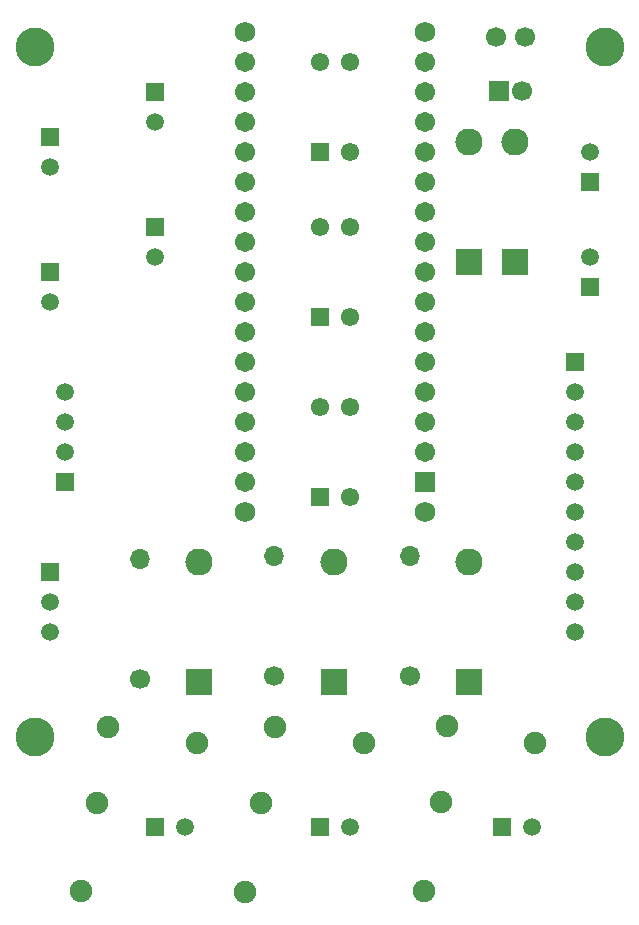
<source format=gbr>
%TF.GenerationSoftware,KiCad,Pcbnew,5.1.6-c6e7f7d~86~ubuntu18.04.1*%
%TF.CreationDate,2020-06-27T23:46:09+09:00*%
%TF.ProjectId,001,3030312e-6b69-4636-9164-5f7063625858,rev?*%
%TF.SameCoordinates,Original*%
%TF.FileFunction,Soldermask,Bot*%
%TF.FilePolarity,Negative*%
%FSLAX46Y46*%
G04 Gerber Fmt 4.6, Leading zero omitted, Abs format (unit mm)*
G04 Created by KiCad (PCBNEW 5.1.6-c6e7f7d~86~ubuntu18.04.1) date 2020-06-27 23:46:09*
%MOMM*%
%LPD*%
G01*
G04 APERTURE LIST*
%ADD10O,2.300000X2.300000*%
%ADD11R,2.300000X2.300000*%
%ADD12C,1.900000*%
%ADD13C,3.300000*%
%ADD14C,1.751000*%
%ADD15C,1.711200*%
%ADD16R,1.711200X1.711200*%
%ADD17C,1.511200*%
%ADD18R,1.511200X1.511200*%
%ADD19C,1.553200*%
%ADD20R,1.553200X1.553200*%
%ADD21C,1.700000*%
%ADD22R,1.700000X1.700000*%
%ADD23O,1.700000X1.700000*%
G04 APERTURE END LIST*
D10*
%TO.C,D5*%
X138430000Y-113030000D03*
D11*
X138430000Y-123190000D03*
%TD*%
D10*
%TO.C,D4*%
X149860000Y-113030000D03*
D11*
X149860000Y-123190000D03*
%TD*%
D10*
%TO.C,D3*%
X161290000Y-113030000D03*
D11*
X161290000Y-123190000D03*
%TD*%
D10*
%TO.C,D2*%
X165176200Y-77495400D03*
D11*
X165176200Y-87655400D03*
%TD*%
D10*
%TO.C,D1*%
X161290000Y-77470000D03*
D11*
X161290000Y-87630000D03*
%TD*%
D12*
%TO.C,RV6*%
X128444800Y-140951600D03*
X129844800Y-133451600D03*
%TD*%
D13*
%TO.C,REF\u002A\u002A*%
X124536100Y-127858600D03*
%TD*%
D12*
%TO.C,RV1*%
X159428800Y-126971600D03*
X166928800Y-128371600D03*
%TD*%
%TO.C,RV2*%
X157505400Y-140919200D03*
X158905400Y-133419200D03*
%TD*%
%TO.C,RV3*%
X144874600Y-127022400D03*
X152374600Y-128422400D03*
%TD*%
%TO.C,RV4*%
X142313200Y-140977000D03*
X143713200Y-133477000D03*
%TD*%
%TO.C,RV5*%
X130777600Y-126997000D03*
X138277600Y-128397000D03*
%TD*%
D13*
%TO.C,REF\u002A\u002A*%
X172796100Y-127858600D03*
%TD*%
%TO.C,REF\u002A\u002A*%
X124536100Y-69438600D03*
%TD*%
%TO.C,REF\u002A\u002A*%
X172796100Y-69438600D03*
%TD*%
D14*
%TO.C,M1*%
X157556100Y-108808600D03*
X142316100Y-108808600D03*
X142316100Y-68168600D03*
X157556100Y-68168600D03*
D15*
X142316100Y-70708600D03*
X142316100Y-73248600D03*
X142316100Y-75788600D03*
X157556100Y-70708600D03*
X157556100Y-73248600D03*
X157556100Y-75788600D03*
X142316100Y-91028600D03*
X142316100Y-83408600D03*
X142316100Y-78328600D03*
X142316100Y-80868600D03*
X142316100Y-85948600D03*
X142316100Y-88488600D03*
X142316100Y-93568600D03*
X142316100Y-96108600D03*
X142316100Y-98648600D03*
X142316100Y-101188600D03*
X142316100Y-103728600D03*
X142316100Y-106268600D03*
X157556100Y-78328600D03*
X157556100Y-80868600D03*
X157556100Y-83408600D03*
X157556100Y-85948600D03*
X157556100Y-88488600D03*
X157556100Y-91028600D03*
X157556100Y-93568600D03*
X157556100Y-96108600D03*
X157556100Y-98648600D03*
X157556100Y-101188600D03*
X157556100Y-103728600D03*
D16*
X157556100Y-106268600D03*
%TD*%
D17*
%TO.C,CN1*%
X171526100Y-78328600D03*
D18*
X171526100Y-80868600D03*
%TD*%
D17*
%TO.C,CN5*%
X166624000Y-135478600D03*
D18*
X164084000Y-135478600D03*
%TD*%
D17*
%TO.C,CN6*%
X151206100Y-135478600D03*
D18*
X148666100Y-135478600D03*
%TD*%
D17*
%TO.C,CN3*%
X170256100Y-118968600D03*
X170256100Y-116428600D03*
X170256100Y-113888600D03*
X170256100Y-111348600D03*
X170256100Y-108808600D03*
X170256100Y-106268600D03*
X170256100Y-103728600D03*
X170256100Y-101188600D03*
X170256100Y-98648600D03*
D18*
X170256100Y-96108600D03*
%TD*%
D17*
%TO.C,CN2*%
X171526100Y-87218600D03*
D18*
X171526100Y-89758600D03*
%TD*%
D17*
%TO.C,CN8*%
X125806100Y-91028600D03*
D18*
X125806100Y-88488600D03*
%TD*%
D19*
%TO.C,U1*%
X148666100Y-84678600D03*
X151206100Y-84678600D03*
X151206100Y-92298600D03*
D20*
X148666100Y-92298600D03*
%TD*%
D19*
%TO.C,U2*%
X148666100Y-99918600D03*
X151206100Y-99918600D03*
X151206100Y-107538600D03*
D20*
X148666100Y-107538600D03*
%TD*%
D17*
%TO.C,CN4*%
X127076100Y-98648600D03*
X127076100Y-101188600D03*
X127076100Y-103728600D03*
D18*
X127076100Y-106268600D03*
%TD*%
D17*
%TO.C,CN9*%
X134696100Y-87218600D03*
D18*
X134696100Y-84678600D03*
%TD*%
D17*
%TO.C,CN11*%
X134696100Y-75788600D03*
D18*
X134696100Y-73248600D03*
%TD*%
D17*
%TO.C,CN12*%
X125806100Y-118968600D03*
X125806100Y-116428600D03*
D18*
X125806100Y-113888600D03*
%TD*%
D19*
%TO.C,U3*%
X148666100Y-70708600D03*
X151206100Y-70708600D03*
X151206100Y-78328600D03*
D20*
X148666100Y-78328600D03*
%TD*%
D17*
%TO.C,CN7*%
X137236100Y-135478600D03*
D18*
X134696100Y-135478600D03*
%TD*%
D17*
%TO.C,CN10*%
X125806100Y-79598600D03*
D18*
X125806100Y-77058600D03*
%TD*%
D21*
%TO.C,C2*%
X163576000Y-68580000D03*
X166076000Y-68580000D03*
%TD*%
D22*
%TO.C,C1*%
X163830000Y-73152000D03*
D21*
X165830000Y-73152000D03*
%TD*%
D23*
%TO.C,R1*%
X156286100Y-112522000D03*
D21*
X156286100Y-122682000D03*
%TD*%
%TO.C,R2*%
X144780000Y-122682000D03*
D23*
X144780000Y-112522000D03*
%TD*%
D21*
%TO.C,R3*%
X133426100Y-122936000D03*
D23*
X133426100Y-112776000D03*
%TD*%
M02*

</source>
